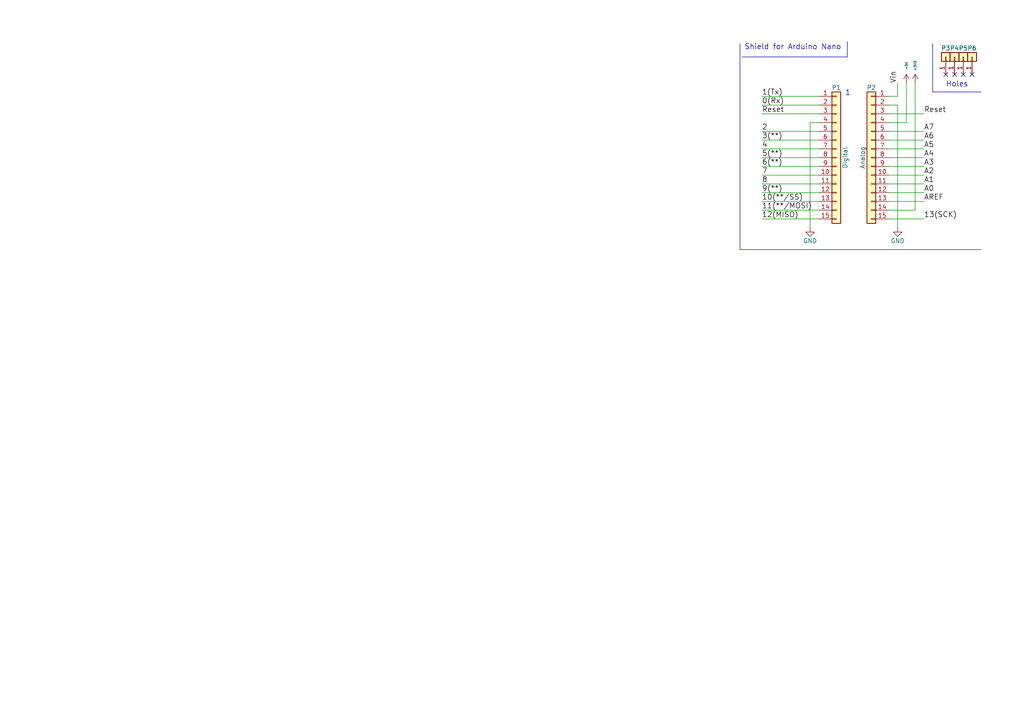
<source format=kicad_sch>
(kicad_sch (version 20230121) (generator eeschema)
  (paper "A4")
  (title_block (date "jeu. 02 avril 2015"))
  (lib_symbols
    (symbol "Connector_Generic:Conn_01x01" (pin_names (offset 1.016) hide)
      (property "Reference" "J" (at 0 2.54 0))
      (property "Value" "Conn_01x01" (at 0 -2.54 0))
      (symbol "Conn_01x01_1_1"
        (rectangle (start -1.27 0.127) (end 0 -0.127) (stroke (width 0.1524)))
        (rectangle (start -1.27 1.27) (end 1.27 -1.27) (stroke (width 0.254)) (fill (type background)))
        (pin passive line (at -5.08 0 0) (length 3.81) (name "Pin_1") (number "1"))
      )
    )
    (symbol "Connector_Generic:Conn_01x15" (pin_names (offset 1.016) hide)
      (property "Reference" "J" (at 0 20.32 0))
      (property "Value" "Conn_01x15" (at 0 -20.32 0))
      (symbol "Conn_01x15_1_1"
        (rectangle (start -1.27 -17.653) (end 0 -17.907) (stroke (width 0.1524)))
        (rectangle (start -1.27 -15.113) (end 0 -15.367) (stroke (width 0.1524)))
        (rectangle (start -1.27 -12.573) (end 0 -12.827) (stroke (width 0.1524)))
        (rectangle (start -1.27 -10.033) (end 0 -10.287) (stroke (width 0.1524)))
        (rectangle (start -1.27 -7.493) (end 0 -7.747) (stroke (width 0.1524)))
        (rectangle (start -1.27 -4.953) (end 0 -5.207) (stroke (width 0.1524)))
        (rectangle (start -1.27 -2.413) (end 0 -2.667) (stroke (width 0.1524)))
        (rectangle (start -1.27 0.127) (end 0 -0.127) (stroke (width 0.1524)))
        (rectangle (start -1.27 2.667) (end 0 2.413) (stroke (width 0.1524)))
        (rectangle (start -1.27 5.207) (end 0 4.953) (stroke (width 0.1524)))
        (rectangle (start -1.27 7.747) (end 0 7.493) (stroke (width 0.1524)))
        (rectangle (start -1.27 10.287) (end 0 10.033) (stroke (width 0.1524)))
        (rectangle (start -1.27 12.827) (end 0 12.573) (stroke (width 0.1524)))
        (rectangle (start -1.27 15.367) (end 0 15.113) (stroke (width 0.1524)))
        (rectangle (start -1.27 17.907) (end 0 17.653) (stroke (width 0.1524)))
        (rectangle (start -1.27 19.05) (end 1.27 -19.05) (stroke (width 0.254)) (fill (type background)))
        (pin passive line (at -5.08 17.78 0) (length 3.81) (name "Pin_1") (number "1"))
        (pin passive line (at -5.08 -5.08 0) (length 3.81) (name "Pin_10") (number "10"))
        (pin passive line (at -5.08 -7.62 0) (length 3.81) (name "Pin_11") (number "11"))
        (pin passive line (at -5.08 -10.16 0) (length 3.81) (name "Pin_12") (number "12"))
        (pin passive line (at -5.08 -12.7 0) (length 3.81) (name "Pin_13") (number "13"))
        (pin passive line (at -5.08 -15.24 0) (length 3.81) (name "Pin_14") (number "14"))
        (pin passive line (at -5.08 -17.78 0) (length 3.81) (name "Pin_15") (number "15"))
        (pin passive line (at -5.08 15.24 0) (length 3.81) (name "Pin_2") (number "2"))
        (pin passive line (at -5.08 12.7 0) (length 3.81) (name "Pin_3") (number "3"))
        (pin passive line (at -5.08 10.16 0) (length 3.81) (name "Pin_4") (number "4"))
        (pin passive line (at -5.08 7.62 0) (length 3.81) (name "Pin_5") (number "5"))
        (pin passive line (at -5.08 5.08 0) (length 3.81) (name "Pin_6") (number "6"))
        (pin passive line (at -5.08 2.54 0) (length 3.81) (name "Pin_7") (number "7"))
        (pin passive line (at -5.08 0 0) (length 3.81) (name "Pin_8") (number "8"))
        (pin passive line (at -5.08 -2.54 0) (length 3.81) (name "Pin_9") (number "9"))
      )
    )
    (symbol "power:+3V3" (power) (pin_names (offset 0))
      (property "Value" "+3V3" (at 0 3.556 0))
      (symbol "+3V3_0_1"
        (polyline (pts (xy -0.762 1.27) (xy 0 2.54)))
        (polyline (pts (xy 0 0) (xy 0 2.54)))
        (polyline (pts (xy 0 2.54) (xy 0.762 1.27)))
      )
      (symbol "+3V3_1_1"
        (pin power_in line (at 0 0 90) (length 0) hide (name "+3V3") (number "1"))
      )
    )
    (symbol "power:+5V" (power) (pin_names (offset 0))
      (property "Value" "+5V" (at 0 3.556 0))
      (symbol "+5V_0_1"
        (polyline (pts (xy -0.762 1.27) (xy 0 2.54)))
        (polyline (pts (xy 0 0) (xy 0 2.54)))
        (polyline (pts (xy 0 2.54) (xy 0.762 1.27)))
      )
      (symbol "+5V_1_1"
        (pin power_in line (at 0 0 90) (length 0) hide (name "+5V") (number "1"))
      )
    )
    (symbol "power:GND" (power) (pin_names (offset 0))
      (property "Value" "GND" (at 0 -3.81 0))
      (symbol "GND_0_1"
        (polyline (pts (xy 0 0) (xy 0 -1.27) (xy 1.27 -1.27) (xy 0 -2.54) (xy -1.27 -1.27) (xy 0 -1.27)))
      )
      (symbol "GND_1_1"
        (pin power_in line (at 0 0 270) (length 0) hide (name "GND") (number "1"))
      )
    )
  )
  (no_connect (at 276.86 21.59))
  (no_connect (at 281.94 21.59))
  (no_connect (at 274.32 21.59))
  (no_connect (at 279.4 21.59))
  (wire (pts (xy 220.98 58.42) (xy 237.49 58.42)))
  (wire (pts (xy 220.98 53.34) (xy 237.49 53.34)))
  (wire (pts (xy 220.98 30.48) (xy 237.49 30.48)))
  (wire (pts (xy 257.81 38.1) (xy 267.97 38.1)))
  (wire (pts (xy 260.35 27.94) (xy 260.35 24.13)))
  (wire (pts (xy 237.49 50.8) (xy 220.98 50.8)))
  (wire (pts (xy 220.98 48.26) (xy 237.49 48.26)))
  (wire (pts (xy 234.95 35.56) (xy 234.95 66.04)))
  (wire (pts (xy 267.97 48.26) (xy 257.81 48.26)))
  (polyline (pts (xy 284.48 72.39) (xy 214.63 72.39)))
  (wire (pts (xy 237.49 35.56) (xy 234.95 35.56)))
  (wire (pts (xy 262.89 24.13) (xy 262.89 35.56)))
  (polyline (pts (xy 215.265 16.51) (xy 245.745 16.51)))
  (wire (pts (xy 257.81 53.34) (xy 267.97 53.34)))
  (polyline (pts (xy 245.745 16.51) (xy 245.745 12.065)))
  (polyline (pts (xy 270.51 26.67) (xy 270.51 12.7)))
  (wire (pts (xy 257.81 63.5) (xy 267.97 63.5)))
  (wire (pts (xy 260.35 66.04) (xy 260.35 30.48)))
  (wire (pts (xy 237.49 60.96) (xy 220.98 60.96)))
  (wire (pts (xy 267.97 43.18) (xy 257.81 43.18)))
  (wire (pts (xy 237.49 33.02) (xy 220.98 33.02)))
  (wire (pts (xy 220.98 63.5) (xy 237.49 63.5)))
  (wire (pts (xy 257.81 45.72) (xy 267.97 45.72)))
  (wire (pts (xy 260.35 30.48) (xy 257.81 30.48)))
  (wire (pts (xy 262.89 35.56) (xy 257.81 35.56)))
  (wire (pts (xy 265.43 60.96) (xy 257.81 60.96)))
  (polyline (pts (xy 284.48 26.67) (xy 270.51 26.67)))
  (wire (pts (xy 220.98 38.1) (xy 237.49 38.1)))
  (wire (pts (xy 237.49 45.72) (xy 220.98 45.72)))
  (wire (pts (xy 267.97 55.88) (xy 257.81 55.88)))
  (polyline (pts (xy 214.63 72.39) (xy 214.63 12.7)))
  (wire (pts (xy 267.97 33.02) (xy 257.81 33.02)))
  (wire (pts (xy 265.43 24.13) (xy 265.43 60.96)))
  (wire (pts (xy 267.97 58.42) (xy 257.81 58.42)))
  (wire (pts (xy 237.49 40.64) (xy 220.98 40.64)))
  (wire (pts (xy 257.81 27.94) (xy 260.35 27.94)))
  (wire (pts (xy 237.49 27.94) (xy 220.98 27.94)))
  (wire (pts (xy 267.97 40.64) (xy 257.81 40.64)))
  (wire (pts (xy 267.97 50.8) (xy 257.81 50.8)))
  (wire (pts (xy 220.98 43.18) (xy 237.49 43.18)))
  (wire (pts (xy 237.49 55.88) (xy 220.98 55.88)))
  (text "Shield for Arduino Nano" (at 215.9 14.605 0) (effects (font (size 1.524 1.524)) (justify left bottom)))
  (text "Holes" (at 274.32 25.4 0) (effects (font (size 1.524 1.524)) (justify left bottom)))
  (text "1" (at 245.11 27.94 0) (effects (font (size 1.524 1.524)) (justify left bottom)))
  (label "8" (at 220.98 53.34 0) (effects (font (size 1.524 1.524))))
  (label "A1" (at 267.97 53.34 0) (effects (font (size 1.524 1.524))))
  (label "2" (at 220.98 38.1 0) (effects (font (size 1.524 1.524))))
  (label "Reset" (at 220.98 33.02 0) (effects (font (size 1.524 1.524))))
  (label "12(MISO)" (at 220.98 63.5 0) (effects (font (size 1.524 1.524))))
  (label "4" (at 220.98 43.18 0) (effects (font (size 1.524 1.524))))
  (label "A6" (at 267.97 40.64 0) (effects (font (size 1.524 1.524))))
  (label "13(SCK)" (at 267.97 63.5 0) (effects (font (size 1.524 1.524))))
  (label "10(**/SS)" (at 220.98 58.42 0) (effects (font (size 1.524 1.524))))
  (label "A5" (at 267.97 43.18 0) (effects (font (size 1.524 1.524))))
  (label "A7" (at 267.97 38.1 0) (effects (font (size 1.524 1.524))))
  (label "7" (at 220.98 50.8 0) (effects (font (size 1.524 1.524))))
  (label "A2" (at 267.97 50.8 0) (effects (font (size 1.524 1.524))))
  (label "9(**)" (at 220.98 55.88 0) (effects (font (size 1.524 1.524))))
  (label "A3" (at 267.97 48.26 0) (effects (font (size 1.524 1.524))))
  (label "AREF" (at 267.97 58.42 0) (effects (font (size 1.524 1.524))))
  (label "11(**/MOSI)" (at 220.98 60.96 0) (effects (font (size 1.524 1.524))))
  (label "A0" (at 267.97 55.88 0) (effects (font (size 1.524 1.524))))
  (label "5(**)" (at 220.98 45.72 0) (effects (font (size 1.524 1.524))))
  (label "3(**)" (at 220.98 40.64 0) (effects (font (size 1.524 1.524))))
  (label "1(Tx)" (at 220.98 27.94 0) (effects (font (size 1.524 1.524))))
  (label "Reset" (at 267.97 33.02 0) (effects (font (size 1.524 1.524))))
  (label "A4" (at 267.97 45.72 0) (effects (font (size 1.524 1.524))))
  (label "6(**)" (at 220.98 48.26 0) (effects (font (size 1.524 1.524))))
  (label "Vin" (at 260.35 24.13 90) (effects (font (size 1.524 1.524))))
  (label "0(Rx)" (at 220.98 30.48 0) (effects (font (size 1.524 1.524))))
  (symbol (lib_id "Connector_Generic:Conn_01x01") (at 274.32 16.51 90) (unit 1)
    (property "Reference" "P3" (at 274.32 13.97 90))
    (property "Value" "CONN_01X01" (effects hide))
    (property "Footprint" "Socket_Arduino_Nano:1pin_Nano" (effects hide))
  )
  (symbol (lib_id "Connector_Generic:Conn_01x01") (at 276.86 16.51 90) (unit 1)
    (property "Reference" "P4" (at 276.86 13.97 90))
    (property "Value" "CONN_01X01" (effects hide))
    (property "Footprint" "Socket_Arduino_Nano:1pin_Nano" (effects hide))
  )
  (symbol (lib_id "Connector_Generic:Conn_01x01") (at 279.4 16.51 90) (unit 1)
    (property "Reference" "P5" (at 279.4 13.97 90))
    (property "Value" "CONN_01X01" (effects hide))
    (property "Footprint" "Socket_Arduino_Nano:1pin_Nano" (effects hide))
  )
  (symbol (lib_id "Connector_Generic:Conn_01x01") (at 281.94 16.51 90) (unit 1)
    (property "Reference" "P6" (at 281.94 13.97 90))
    (property "Value" "CONN_01X01" (effects hide))
    (property "Footprint" "Socket_Arduino_Nano:1pin_Nano" (effects hide))
  )
  (symbol (lib_id "Connector_Generic:Conn_01x15") (at 242.57 45.72 0) (unit 1)
    (property "Reference" "P1" (at 242.57 25.4 0))
    (property "Value" "Digital" (at 245.11 45.72 90))
    (property "Footprint" "Socket_Arduino_Nano:Socket_Strip_Arduino_1x15" (effects hide))
  )
  (symbol (lib_id "Connector_Generic:Conn_01x15") (at 252.73 45.72 0) (mirror y) (unit 1)
    (property "Reference" "P2" (at 252.73 25.4 0))
    (property "Value" "Analog" (at 250.19 45.72 90))
    (property "Footprint" "Socket_Arduino_Nano:Socket_Strip_Arduino_1x15" (effects hide))
  )
  (symbol (lib_id "power:GND") (at 234.95 66.04 0) (unit 1)
    (property "Reference" "#PWR01" (effects hide))
    (property "Value" "GND" (at 234.95 69.85 0))
  )
  (symbol (lib_id "power:GND") (at 260.35 66.04 0) (unit 1)
    (property "Reference" "#PWR02" (effects hide))
    (property "Value" "GND" (at 260.35 69.85 0))
  )
  (symbol (lib_id "power:+5V") (at 262.89 24.13 0) (unit 1)
    (property "Reference" "#PWR03" (effects hide))
    (property "Value" "+5V" (at 262.89 19.05 90) (effects (font (size 0.7112 0.7112))))
  )
  (symbol (lib_id "power:+3V3") (at 265.43 24.13 0) (unit 1)
    (property "Reference" "#PWR04" (effects hide))
    (property "Value" "+3.3V" (at 265.43 19.05 90) (effects (font (size 0.7112 0.7112))))
  )
)
</source>
